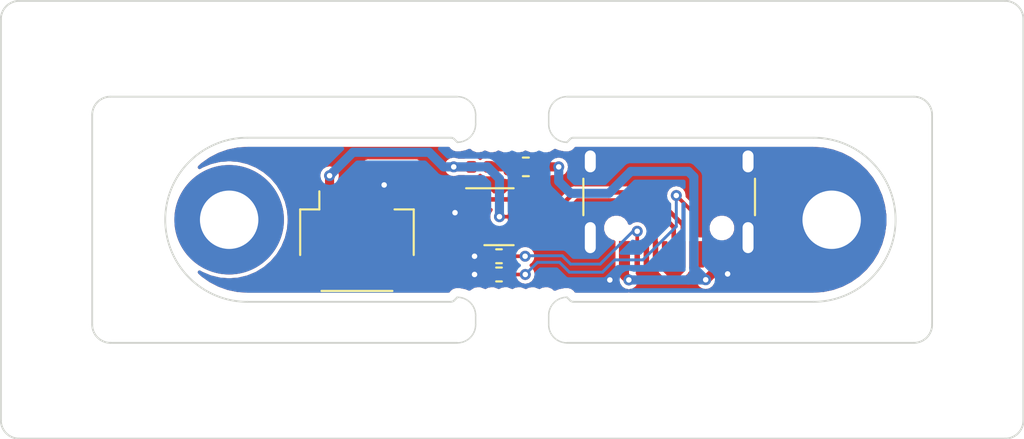
<source format=kicad_pcb>
(kicad_pcb (version 20221018) (generator pcbnew)
  (layers (0 "F.Cu" signal) (1 "In1.Cu" signal) (2 "In2.Cu" signal) (31 "B.Cu" signal) (34 "B.Paste" user) (35 "F.Paste" user) (36 "B.SilkS" user "B.Silkscreen") (37 "F.SilkS" user "F.Silkscreen") (38 "B.Mask" user) (39 "F.Mask" user) (44 "Edge.Cuts" user))
  (net 0 "")
  (net 1 "GND")
  (net 2 "VBUS")
  (net 3 "Net-(J1-CC1)")
  (net 5 "D+")
  (net 6 "D-")
  (net 7 "Net-(J1-CC2)")
  (net 9 "5V")
  (net 10 "Net-(F1-Pad1)")
  (footprint "marbastlib-various:mousebites_2.5mm" (layer "F.Cu") (at 130.499999 99.25 90)
    (fp_text reference "REF**" hide)
    (fp_text value "mousebites 2mm" hide)
    (fp_line (start -1.5 -2) (end -1 -2) (stroke (width 0.08)) (layer "Edge.Cuts"))
    (fp_line (start -1 2) (end -1.5 2) (stroke (width 0.08)) (layer "Edge.Cuts"))
    (fp_arc (start -2.5 3) (mid -2.207108 2.292895) (end -1.500003 2.000003) (stroke (width 0.08)) (layer "Edge.Cuts"))
    (fp_arc (start -1.5 -2) (mid -2.207105 -2.292892) (end -2.499997 -2.999997) (stroke (width 0.08)) (layer "Edge.Cuts"))
    (fp_arc (start -1 2) (mid -0.292895 2.292892) (end -0.000003 2.999997) (stroke (width 0.08)) (layer "Edge.Cuts"))
    (fp_arc (start 0 -3) (mid -0.292892 -2.292895) (end -0.999997 -2.000003) (stroke (width 0.08)) (layer "Edge.Cuts"))
    (pad "" np_thru_hole circle (at -0.05 -1.85 90) (size 0.5 0.5) (drill 0.5) (layers "F&B.Cu" "*.Mask"))
    (pad "" np_thru_hole circle (at -0.05 -1.11 90) (size 0.5 0.5) (drill 0.5) (layers "F&B.Cu" "*.Mask"))
    (pad "" np_thru_hole circle (at -0.05 -0.37 90) (size 0.5 0.5) (drill 0.5) (layers "F&B.Cu" "*.Mask"))
    (pad "" np_thru_hole circle (at -0.05 0.37 90) (size 0.5 0.5) (drill 0.5) (layers "F&B.Cu" "*.Mask"))
    (pad "" np_thru_hole circle (at -0.05 1.11 90) (size 0.5 0.5) (drill 0.5) (layers "F&B.Cu" "*.Mask"))
    (pad "" np_thru_hole circle (at -0.05 1.85 90) (size 0.5 0.5) (drill 0.5) (layers "F&B.Cu" "*.Mask"))
  )
  (footprint "marbastlib-various:mousebites_2.5mm" (layer "F.Cu") (at 130.499999 90.75 -90)
    (fp_text reference "REF**" hide)
    (fp_text value "mousebites 2mm" hide)
    (fp_line (start -1.5 -2) (end -1 -2) (stroke (width 0.08)) (layer "Edge.Cuts"))
    (fp_line (start -1 2) (end -1.5 2) (stroke (width 0.08)) (layer "Edge.Cuts"))
    (fp_arc (start -2.5 3) (mid -2.207108 2.292895) (end -1.500003 2.000003) (stroke (width 0.08)) (layer "Edge.Cuts"))
    (fp_arc (start -1.5 -2) (mid -2.207105 -2.292892) (end -2.499997 -2.999997) (stroke (width 0.08)) (layer "Edge.Cuts"))
    (fp_arc (start -1 2) (mid -0.292895 2.292892) (end -0.000003 2.999997) (stroke (width 0.08)) (layer "Edge.Cuts"))
    (fp_arc (start 0 -3) (mid -0.292892 -2.292895) (end -0.999997 -2.000003) (stroke (width 0.08)) (layer "Edge.Cuts"))
    (pad "" np_thru_hole circle (at -0.05 -1.85 270) (size 0.5 0.5) (drill 0.5) (layers "*.Cu" "*.Mask"))
    (pad "" np_thru_hole circle (at -0.05 -1.11 270) (size 0.5 0.5) (drill 0.5) (layers "*.Cu" "*.Mask"))
    (pad "" np_thru_hole circle (at -0.05 -0.37 270) (size 0.5 0.5) (drill 0.5) (layers "*.Cu" "*.Mask"))
    (pad "" np_thru_hole circle (at -0.05 0.37 270) (size 0.5 0.5) (drill 0.5) (layers "*.Cu" "*.Mask"))
    (pad "" np_thru_hole circle (at -0.05 1.11 270) (size 0.5 0.5) (drill 0.5) (layers "*.Cu" "*.Mask"))
    (pad "" np_thru_hole circle (at -0.05 1.85 270) (size 0.5 0.5) (drill 0.5) (layers "*.Cu" "*.Mask"))
  )
  (footprint "Inductor_SMD:L_0603_1608Metric" (layer "F.Cu") (at 131.249999 92.1 180)
    (fp_text reference "FB1" hide)
    (fp_text value "100R @ 100MHz")
    (fp_line (start -0.162779 -0.51) (end 0.162779 -0.51) (stroke (width 0.12)) (layer "F.SilkS"))
    (fp_line (start -0.162779 0.51) (end 0.162779 0.51) (stroke (width 0.12)) (layer "F.SilkS"))
    (pad "1" smd roundrect (at -0.7875 0 180) (size 0.875 0.95) (layers "F.Cu" "F.Paste" "F.Mask") (net 2 "VBUS"))
    (pad "2" smd roundrect (at 0.7875 0 180) (size 0.875 0.95) (layers "F.Cu" "F.Paste" "F.Mask") (net 10 "Net-(F1-Pad1)"))
  )
  (footprint "Package_TO_SOT_SMD:SOT-23-6" (layer "F.Cu") (at 129.779999 94.832207)
    (fp_text reference "U2" hide)
    (fp_text value "USBLC6-2SC6")
    (fp_line (start 0 -1.56) (end -1.8 -1.56) (stroke (width 0.12)) (layer "F.SilkS"))
    (fp_line (start 0 -1.56) (end 0.8 -1.56) (stroke (width 0.12)) (layer "F.SilkS"))
    (fp_line (start 0 1.56) (end -0.8 1.56) (stroke (width 0.12)) (layer "F.SilkS"))
    (fp_line (start 0 1.56) (end 0.8 1.56) (stroke (width 0.12)) (layer "F.SilkS"))
    (pad "1" smd roundrect (at -1.1375 -0.95) (size 1.325 0.6) (layers "F.Cu" "F.Paste" "F.Mask") (net 6 "D-"))
    (pad "2" smd roundrect (at -1.1375 0) (size 1.325 0.6) (layers "F.Cu" "F.Paste" "F.Mask") (net 1 "GND"))
    (pad "3" smd roundrect (at -1.1375 0.95) (size 1.325 0.6) (layers "F.Cu" "F.Paste" "F.Mask") (net 5 "D+"))
    (pad "4" smd roundrect (at 1.1375 0.95) (size 1.325 0.6) (layers "F.Cu" "F.Paste" "F.Mask") (net 5 "D+"))
    (pad "5" smd roundrect (at 1.1375 0) (size 1.325 0.6) (layers "F.Cu" "F.Paste" "F.Mask") (net 9 "5V"))
    (pad "6" smd roundrect (at 1.1375 -0.95) (size 1.325 0.6) (layers "F.Cu" "F.Paste" "F.Mask") (net 6 "D-"))
  )
  (footprint "Resistor_SMD:R_0402_1005Metric" (layer "F.Cu") (at 129.779999 97 180)
    (fp_text reference "R2" hide)
    (fp_text value "5.1k")
    (fp_line (start -0.153641 -0.38) (end 0.153641 -0.38) (stroke (width 0.12)) (layer "F.SilkS"))
    (fp_line (start -0.153641 0.38) (end 0.153641 0.38) (stroke (width 0.12)) (layer "F.SilkS"))
    (pad "1" smd roundrect (at -0.51 0 180) (size 0.54 0.64) (layers "F.Cu" "F.Paste" "F.Mask") (net 7 "Net-(J1-CC2)"))
    (pad "2" smd roundrect (at 0.51 0 180) (size 0.54 0.64) (layers "F.Cu" "F.Paste" "F.Mask") (net 1 "GND"))
  )
  (footprint "MountingHole:MountingHole_3.2mm_M3_DIN965_Pad_TopBottom" (layer "F.Cu") (at 148 95)
    (fp_text reference "H1" hide)
    (fp_text value "MountingHole" hide)
    (pad "1" thru_hole circle (at 0 0) (size 3.6 3.6) (drill 3.2) (layers "*.Cu" "*.Mask") (net 1 "GND"))
    (pad "1" connect circle (at 0 0) (size 6 6) (layers "F.Cu" "F.Mask") (net 1 "GND"))
    (pad "1" connect circle (at 0 0) (size 6 6) (layers "B.Cu" "B.Mask") (net 1 "GND"))
  )
  (footprint "Connector_JST:JST_SH_SM04B-SRSS-TB_1x04-1MP_P1.00mm_Horizontal" (layer "F.Cu") (at 122 96.217207)
    (fp_text reference "J2" hide)
    (fp_text value "SM04B-SRSS")
    (fp_line (start -3.11 -1.785) (end -2.06 -1.785) (stroke (width 0.12)) (layer "F.SilkS"))
    (fp_line (start -3.11 0.715) (end -3.11 -1.785) (stroke (width 0.12)) (layer "F.SilkS"))
    (fp_line (start -2.06 -1.785) (end -2.06 -2.775) (stroke (width 0.12)) (layer "F.SilkS"))
    (fp_line (start -1.94 2.685) (end 1.94 2.685) (stroke (width 0.12)) (layer "F.SilkS"))
    (fp_line (start 3.11 -1.785) (end 2.06 -1.785) (stroke (width 0.12)) (layer "F.SilkS"))
    (fp_line (start 3.11 0.715) (end 3.11 -1.785) (stroke (width 0.12)) (layer "F.SilkS"))
    (pad "1" smd roundrect (at -1.5 -2) (size 0.6 1.55) (layers "F.Cu" "F.Paste" "F.Mask") (net 9 "5V"))
    (pad "2" smd roundrect (at -0.5 -2) (size 0.6 1.55) (layers "F.Cu" "F.Paste" "F.Mask") (net 6 "D-"))
    (pad "3" smd roundrect (at 0.5 -2) (size 0.6 1.55) (layers "F.Cu" "F.Paste" "F.Mask") (net 5 "D+"))
    (pad "4" smd roundrect (at 1.5 -2) (size 0.6 1.55) (layers "F.Cu" "F.Paste" "F.Mask") (net 1 "GND"))
    (pad "MP" smd roundrect (at -2.8 1.875) (size 1.2 1.8) (layers "F.Cu" "F.Paste" "F.Mask") (roundrect_rratio 0.2083333333) (net 1 "GND"))
    (pad "MP" smd roundrect (at 2.8 1.875) (size 1.2 1.8) (layers "F.Cu" "F.Paste" "F.Mask") (roundrect_rratio 0.2083333333) (net 1 "GND"))
  )
  (footprint "MountingHole:MountingHole_3.2mm_M3_DIN965_Pad_TopOnly" (layer "F.Cu") (at 115 95 180)
    (fp_text reference "H2" hide)
    (fp_text value "MountingHole" hide)
    (pad "1" thru_hole circle (at 0 0 180) (size 6 6) (drill 3.2) (layers "*.Cu"))
  )
  (footprint "Connector_USB:USB_C_Receptacle_HRO_TYPE-C-31-M-12" (layer "F.Cu") (at 139.1 92.85 180)
    (fp_text reference "J1" hide)
    (fp_text value "TYPE-C-31-M-12")
    (fp_line (start -4.7 -1.9) (end -4.7 0.1) (stroke (width 0.12)) (layer "F.SilkS"))
    (fp_line (start 4.7 -1.9) (end 4.7 0.1) (stroke (width 0.12)) (layer "F.SilkS"))
    (pad "" np_thru_hole circle (at -2.89 -2.6 180) (size 0.65 0.65) (drill 0.65) (layers "*.Cu" "*.Mask"))
    (pad "" np_thru_hole circle (at 2.89 -2.6 180) (size 0.65 0.65) (drill 0.65) (layers "*.Cu" "*.Mask"))
    (pad "A1" smd rect (at -3.25 -4.045 180) (size 0.6 1.45) (layers "F.Cu" "F.Paste" "F.Mask") (net 1 "GND"))
    (pad "A4" smd rect (at -2.45 -4.045 180) (size 0.6 1.45) (layers "F.Cu" "F.Paste" "F.Mask") (net 2 "VBUS"))
    (pad "A5" smd rect (at -1.25 -4.045 180) (size 0.3 1.45) (layers "F.Cu" "F.Paste" "F.Mask") (net 3 "Net-(J1-CC1)"))
    (pad "A6" smd rect (at -0.25 -4.045 180) (size 0.3 1.45) (layers "F.Cu" "F.Paste" "F.Mask") (net 5 "D+"))
    (pad "A7" smd rect (at 0.25 -4.045 180) (size 0.3 1.45) (layers "F.Cu" "F.Paste" "F.Mask") (net 6 "D-"))
    (pad "A8" smd rect (at 1.25 -4.045 180) (size 0.3 1.45) (layers "F.Cu" "F.Paste" "F.Mask"))
    (pad "A9" smd rect (at 2.45 -4.045 180) (size 0.6 1.45) (layers "F.Cu" "F.Paste" "F.Mask") (net 2 "VBUS"))
    (pad "A12" smd rect (at 3.25 -4.045 180) (size 0.6 1.45) (layers "F.Cu" "F.Paste" "F.Mask") (net 1 "GND"))
    (pad "B1" smd rect (at 3.25 -4.045 180) (size 0.6 1.45) (layers "F.Cu" "F.Paste" "F.Mask") (net 1 "GND"))
    (pad "B4" smd rect (at 2.45 -4.045 180) (size 0.6 1.45) (layers "F.Cu" "F.Paste" "F.Mask") (net 2 "VBUS"))
    (pad "B5" smd rect (at 1.75 -4.045 180) (size 0.3 1.45) (layers "F.Cu" "F.Paste" "F.Mask") (net 7 "Net-(J1-CC2)"))
    (pad "B6" smd rect (at 0.75 -4.045 180) (size 0.3 1.45) (layers "F.Cu" "F.Paste" "F.Mask") (net 5 "D+"))
    (pad "B7" smd rect (at -0.75 -4.045 180) (size 0.3 1.45) (layers "F.Cu" "F.Paste" "F.Mask") (net 6 "D-"))
    (pad "B8" smd rect (at -1.75 -4.045 180) (size 0.3 1.45) (layers "F.Cu" "F.Paste" "F.Mask"))
    (pad "B9" smd rect (at -2.45 -4.045 180) (size 0.6 1.45) (layers "F.Cu" "F.Paste" "F.Mask") (net 2 "VBUS"))
    (pad "B12" smd rect (at -3.25 -4.045 180) (size 0.6 1.45) (layers "F.Cu" "F.Paste" "F.Mask") (net 1 "GND"))
    (pad "S1" thru_hole oval (at -4.32 -3.13 180) (size 1 2.1) (drill oval 0.6 1.7) (layers "*.Cu" "*.Mask") (net 1 "GND"))
    (pad "S1" thru_hole oval (at -4.32 1.05 180) (size 1 1.6) (drill oval 0.6 1.2) (layers "*.Cu" "*.Mask") (net 1 "GND"))
    (pad "S1" thru_hole oval (at 4.32 -3.13 180) (size 1 2.1) (drill oval 0.6 1.7) (layers "*.Cu" "*.Mask") (net 1 "GND"))
    (pad "S1" thru_hole oval (at 4.32 1.05 180) (size 1 1.6) (drill oval 0.6 1.2) (layers "*.Cu" "*.Mask") (net 1 "GND"))
  )
  (footprint "Resistor_SMD:R_0402_1005Metric" (layer "F.Cu") (at 129.779999 98 180)
    (fp_text reference "R1" hide)
    (fp_text value "5.1k")
    (fp_line (start -0.153641 -0.38) (end 0.153641 -0.38) (stroke (width 0.12)) (layer "F.SilkS"))
    (fp_line (start -0.153641 0.38) (end 0.153641 0.38) (stroke (width 0.12)) (layer "F.SilkS"))
    (pad "1" smd roundrect (at -0.51 0 180) (size 0.54 0.64) (layers "F.Cu" "F.Paste" "F.Mask") (net 3 "Net-(J1-CC1)"))
    (pad "2" smd roundrect (at 0.51 0 180) (size 0.54 0.64) (layers "F.Cu" "F.Paste" "F.Mask") (net 1 "GND"))
  )
  (footprint "Fuse:Fuse_0402_1005Metric" (layer "F.Cu") (at 128.749999 92.1 180)
    (fp_text reference "F1" hide)
    (fp_text value "1A PTC")
    (pad "1" smd roundrect (at -0.485 0 180) (size 0.59 0.64) (layers "F.Cu" "F.Paste" "F.Mask") (net 10 "Net-(F1-Pad1)"))
    (pad "2" smd roundrect (at 0.485 0 180) (size 0.59 0.64) (layers "F.Cu" "F.Paste" "F.Mask") (net 9 "5V"))
  )
  (gr_line (start 153.499999 100.75) (end 153.500002 89.249997) (stroke (width 0.1)) (layer "Edge.Cuts"))
  (gr_arc (start 158.499999 106) (mid 158.207106 106.707107) (end 157.499999 107) (stroke (width 0.1)) (layer "Edge.Cuts"))
  (gr_line (start 152.500002 88.249997) (end 133.499996 88.250003) (stroke (width 0.1)) (layer "Edge.Cuts"))
  (gr_line (start 133.499999 101.75) (end 152.499999 101.75) (stroke (width 0.1)) (layer "Edge.Cuts"))
  (gr_arc (start 157.499999 83) (mid 158.207106 83.292893) (end 158.499999 84) (stroke (width 0.1)) (layer "Edge.Cuts"))
  (gr_line (start 127.499999 88.25) (end 108.499999 88.25) (stroke (width 0.1)) (layer "Edge.Cuts"))
  (gr_arc (start 133.676772 90.573225) (mid 133.757875 90.519014) (end 133.85355 90.5) (stroke (width 0.1)) (layer "Edge.Cuts"))
  (gr_arc (start 116 99.500001) (mid 111.499999 95) (end 116 90.499999) (stroke (width 0.1)) (layer "Edge.Cuts"))
  (gr_line (start 116 99.500001) (end 127.146446 99.5) (stroke (width 0.1)) (layer "Edge.Cuts"))
  (gr_arc (start 147 90.5) (mid 151.5 95) (end 147 99.5) (stroke (width 0.1)) (layer "Edge.Cuts"))
  (gr_line (start 133.499996 99.250003) (end 133.676773 99.42678) (stroke (width 0.1)) (layer "Edge.Cuts"))
  (gr_line (start 127.146449 90.5) (end 116 90.499999) (stroke (width 0.1)) (layer "Edge.Cuts"))
  (gr_line (start 147 90.5) (end 133.85355 90.5) (stroke (width 0.1)) (layer "Edge.Cuts"))
  (gr_line (start 127.323223 99.426776) (end 127.499999 99.25) (stroke (width 0.1)) (layer "Edge.Cuts"))
  (gr_line (start 158.499999 84) (end 158.499999 106) (stroke (width 0.1)) (layer "Edge.Cuts"))
  (gr_line (start 103.499999 83) (end 157.499999 83) (stroke (width 0.1)) (layer "Edge.Cuts"))
  (gr_arc (start 133.853549 99.500003) (mid 133.757878 99.480973) (end 133.676773 99.42678) (stroke (width 0.1)) (layer "Edge.Cuts"))
  (gr_line (start 107.499999 89.25) (end 107.499996 100.750003) (stroke (width 0.1)) (layer "Edge.Cuts"))
  (gr_line (start 102.499999 106) (end 102.499999 84) (stroke (width 0.1)) (layer "Edge.Cuts"))
  (gr_line (start 157.499999 107) (end 103.499999 107) (stroke (width 0.1)) (layer "Edge.Cuts"))
  (gr_arc (start 102.499999 84) (mid 102.792892 83.292893) (end 103.499999 83) (stroke (width 0.1)) (layer "Edge.Cuts"))
  (gr_arc (start 108.499996 101.750003) (mid 107.792891 101.457109) (end 107.499996 100.750003) (stroke (width 0.1)) (layer "Edge.Cuts"))
  (gr_line (start 127.323225 90.573222) (end 127.500002 90.749997) (stroke (width 0.1)) (layer "Edge.Cuts"))
  (gr_arc (start 153.499999 100.75) (mid 153.207106 101.457106) (end 152.499999 101.75) (stroke (width 0.1)) (layer "Edge.Cuts"))
  (gr_arc (start 127.323223 99.426776) (mid 127.24212 99.480985) (end 127.146446 99.5) (stroke (width 0.1)) (layer "Edge.Cuts"))
  (gr_arc (start 103.499999 107) (mid 102.792892 106.707107) (end 102.499999 106) (stroke (width 0.1)) (layer "Edge.Cuts"))
  (gr_line (start 133.676772 90.573225) (end 133.499999 90.75) (stroke (width 0.1)) (layer "Edge.Cuts"))
  (gr_line (start 108.499996 101.750003) (end 127.500002 101.749997) (stroke (width 0.1)) (layer "Edge.Cuts"))
  (gr_arc (start 152.500002 88.249997) (mid 153.207109 88.54289) (end 153.500002 89.249997) (stroke (width 0.1)) (layer "Edge.Cuts"))
  (gr_line (start 133.853549 99.500003) (end 147 99.5) (stroke (width 0.1)) (layer "Edge.Cuts"))
  (gr_arc (start 107.499999 89.25) (mid 107.792891 88.54289) (end 108.499999 88.25) (stroke (width 0.1)) (layer "Edge.Cuts"))
  (gr_arc (start 127.146449 90.5) (mid 127.242119 90.51903) (end 127.323225 90.573222) (stroke (width 0.1)) (layer "Edge.Cuts"))
  (segment (start 142.325 97.925) (end 142.325 96.895) (width 0.5) (layer "F.Cu") (net 1))
  (segment (start 128.642499 94.832207) (end 127.589999 94.832207) (width 0.2) (layer "F.Cu") (net 1))
  (segment (start 127.589999 94.832207) (end 127.369999 94.612207) (width 0.2) (layer "F.Cu") (net 1))
  (segment (start 129.269999 98) (end 128.44 98) (width 0.2) (layer "F.Cu") (net 1))
  (segment (start 123.489999 93.091707) (end 123.489999 94.207206) (width 0.5) (layer "F.Cu") (net 1))
  (segment (start 142.3 97.95) (end 142.325 97.925) (width 0.5) (layer "F.Cu") (net 1))
  (segment (start 135.85 96.895) (end 135.849999 98.3) (width 0.5) (layer "F.Cu") (net 1))
  (segment (start 129.269999 97) (end 128.44 97) (width 0.2) (layer "F.Cu") (net 1))
  (segment (start 123.489999 94.207206) (end 123.5 94.217207) (width 0.5) (layer "F.Cu") (net 1))
  (via (at 128.44 97) (size 0.6) (drill 0.3) (layers "F.Cu" "B.Cu") (net 1))
  (via (at 127.369999 94.612207) (size 0.6) (drill 0.3) (layers "F.Cu" "B.Cu") (net 1))
  (via (at 135.849999 98.3) (size 0.6) (drill 0.3) (layers "F.Cu" "B.Cu") (net 1))
  (via (at 142.3 97.97) (size 0.6) (drill 0.3) (layers "F.Cu" "B.Cu") (net 1))
  (via (at 123.489999 93.091707) (size 0.6) (drill 0.3) (layers "F.Cu" "B.Cu") (net 1))
  (via (at 128.44 98) (size 0.6) (drill 0.3) (layers "F.Cu" "B.Cu") (net 1))
  (segment (start 147.02 95.98) (end 148 95) (width 1) (layer "B.Cu") (net 1))
  (segment (start 143.42 95.98) (end 147.02 95.98) (width 1) (layer "B.Cu") (net 1))
  (segment (start 136.65 96.895) (end 136.65 98.06) (width 0.5) (layer "F.Cu") (net 2))
  (segment (start 136.65 98.06) (end 136.89 98.3) (width 0.5) (layer "F.Cu") (net 2))
  (segment (start 141.11 98.3) (end 141.55 97.86) (width 0.5) (layer "F.Cu") (net 2))
  (segment (start 141.55 97.86) (end 141.55 96.895) (width 0.5) (layer "F.Cu") (net 2))
  (segment (start 132.037499 92.1) (end 133.049999 92.1) (width 0.5) (layer "F.Cu") (net 2))
  (via (at 136.89 98.3) (size 0.6) (drill 0.3) (layers "F.Cu" "B.Cu") (net 2))
  (via (at 133.049999 92.1) (size 0.6) (drill 0.3) (layers "F.Cu" "B.Cu") (net 2))
  (via (at 141.1 98.29) (size 0.6) (drill 0.3) (layers "F.Cu" "B.Cu") (net 2))
  (segment (start 140.449999 98) (end 140.449999 97.639999) (width 0.5) (layer "B.Cu") (net 2))
  (segment (start 140.449999 92.65) (end 140.449999 97.639999) (width 0.5) (layer "B.Cu") (net 2))
  (segment (start 140.149999 98.3) (end 140.44 98.3) (width 0.5) (layer "B.Cu") (net 2))
  (segment (start 140.449999 97.639999) (end 141.1 98.29) (width 0.5) (layer "B.Cu") (net 2))
  (segment (start 135.799999 93.55) (end 136.999999 92.35) (width 0.5) (layer "B.Cu") (net 2))
  (segment (start 133.049999 92.9) (end 133.699999 93.55) (width 0.5) (layer "B.Cu") (net 2))
  (segment (start 140.149999 92.35) (end 140.449999 92.65) (width 0.5) (layer "B.Cu") (net 2))
  (segment (start 140.44 98.3) (end 140.51 98.3) (width 0.5) (layer "B.Cu") (net 2))
  (segment (start 133.049999 92.1) (end 133.049999 92.9) (width 0.5) (layer "B.Cu") (net 2))
  (segment (start 140.44 98.3) (end 141.09 98.3) (width 0.5) (layer "B.Cu") (net 2))
  (segment (start 140.149999 98.3) (end 140.449999 98) (width 0.5) (layer "B.Cu") (net 2))
  (segment (start 136.999999 92.35) (end 140.149999 92.35) (width 0.5) (layer "B.Cu") (net 2))
  (segment (start 136.89 98.3) (end 140.149999 98.3) (width 0.5) (layer "B.Cu") (net 2))
  (segment (start 133.699999 93.55) (end 135.799999 93.55) (width 0.5) (layer "B.Cu") (net 2))
  (segment (start 130.289999 98) (end 131.22 98) (width 0.2) (layer "F.Cu") (net 3))
  (segment (start 140.35 94.53) (end 140.35 96.895) (width 0.2) (layer "F.Cu") (net 3))
  (segment (start 139.49 93.67) (end 140.35 94.53) (width 0.2) (layer "F.Cu") (net 3))
  (via (at 131.22 98) (size 0.6) (drill 0.3) (layers "F.Cu" "B.Cu") (net 3))
  (via (at 139.49 93.67) (size 0.6) (drill 0.3) (layers "F.Cu" "B.Cu") (net 3))
  (segment (start 131.885 97.335) (end 131.22 98) (width 0.16) (layer "B.Cu") (net 3))
  (segment (start 139.49 93.67) (end 139.49 95.37) (width 0.16) (layer "B.Cu") (net 3))
  (segment (start 135.445 97.875) (end 133.635884 97.875) (width 0.16) (layer "B.Cu") (net 3))
  (segment (start 137.66 97.2) (end 136.12 97.2) (width 0.16) (layer "B.Cu") (net 3))
  (segment (start 133.095884 97.335) (end 131.885 97.335) (width 0.16) (layer "B.Cu") (net 3))
  (segment (start 133.635884 97.875) (end 133.095884 97.335) (width 0.16) (layer "B.Cu") (net 3))
  (segment (start 139.49 95.37) (end 137.66 97.2) (width 0.16) (layer "B.Cu") (net 3))
  (segment (start 136.12 97.2) (end 135.445 97.875) (width 0.16) (layer "B.Cu") (net 3))
  (segment (start 132.983199 95.057207) (end 132.63625 95.057207) (width 0.25) (layer "F.Cu") (net 5))
  (segment (start 127.209999 95.442207) (end 127.209999 95.440407) (width 0.25) (layer "F.Cu") (net 5))
  (segment (start 138.532296 94.592704) (end 137.886799 93.947207) (width 0.25) (layer "F.Cu") (net 5))
  (segment (start 137.886799 93.947207) (end 134.093199 93.947207) (width 0.25) (layer "F.Cu") (net 5))
  (segment (start 138.719999 95.192207) (end 138.744099 95.216307) (width 0.25) (layer "F.Cu") (net 5))
  (segment (start 134.093199 93.947207) (end 132.983199 95.057207) (width 0.25) (layer "F.Cu") (net 5))
  (segment (start 128.642499 95.782207) (end 130.917499 95.782207) (width 0.25) (layer "F.Cu") (net 5))
  (segment (start 127.549999 95.782207) (end 127.209999 95.442207) (width 0.25) (layer "F.Cu") (net 5))
  (segment (start 138.719999 95.192207) (end 138.925899 94.986307) (width 0.25) (layer "F.Cu") (net 5))
  (segment (start 131.91125 95.782207) (end 130.917499 95.782207) (width 0.25) (layer "F.Cu") (net 5))
  (segment (start 138.558693 95.216307) (end 138.744099 95.216307) (width 0.25) (layer "F.Cu") (net 5))
  (segment (start 138.35 95.425) (end 138.582793 95.192207) (width 0.25) (layer "F.Cu") (net 5))
  (segment (start 122.499999 92.780407) (end 122.5 94.217207) (width 0.25) (layer "F.Cu") (net 5))
  (segment (start 125.744999 93.975407) (end 125.744999 93.185955) (width 0.25) (layer "F.Cu") (net 5))
  (segment (start 138.719999 94.780407) (end 138.710899 94.771307) (width 0.25) (layer "F.Cu") (net 5))
  (segment (start 138.582793 95.192207) (end 138.582793 94.643201) (width 0.25) (layer "F.Cu") (net 5))
  (segment (start 127.209999 95.440407) (end 125.744999 93.975407) (width 0.25) (layer "F.Cu") (net 5))
  (segment (start 138.35 96.895) (end 138.35 95.425) (width 0.25) (layer "F.Cu") (net 5))
  (segment (start 122.813199 92.467207) (end 122.499999 92.780407) (width 0.25) (layer "F.Cu") (net 5))
  (segment (start 139.35 95.410408) (end 139.155899 95.216307) (width 0.25) (layer "F.Cu") (net 5))
  (segment (start 125.026251 92.467207) (end 122.813199 92.467207) (width 0.25) (layer "F.Cu") (net 5))
  (segment (start 138.582793 94.643201) (end 138.532296 94.592704) (width 0.25) (layer "F.Cu") (net 5))
  (segment (start 138.35 95.425) (end 138.558693 95.216307) (width 0.25) (layer "F.Cu") (net 5))
  (segment (start 138.719999 95.192207) (end 138.719999 94.780407) (width 0.25) (layer "F.Cu") (net 5))
  (segment (start 138.744099 95.216307) (end 139.155899 95.216307) (width 0.25) (layer "F.Cu") (net 5))
  (segment (start 139.35 96.895) (end 139.35 95.410408) (width 0.25) (layer "F.Cu") (net 5))
  (segment (start 138.925899 94.986307) (end 138.710899 94.771307) (width 0.25) (layer "F.Cu") (net 5))
  (segment (start 128.642499 95.782207) (end 127.549999 95.782207) (width 0.25) (layer "F.Cu") (net 5))
  (segment (start 139.155899 95.216307) (end 138.925899 94.986307) (width 0.25) (layer "F.Cu") (net 5))
  (segment (start 138.582793 95.192207) (end 138.719999 95.192207) (width 0.25) (layer "F.Cu") (net 5))
  (segment (start 125.744999 93.185955) (end 125.026251 92.467207) (width 0.25) (layer "F.Cu") (net 5))
  (segment (start 138.710899 94.771307) (end 138.532296 94.592704) (width 0.25) (layer "F.Cu") (net 5))
  (segment (start 132.63625 95.057207) (end 131.91125 95.782207) (width 0.25) (layer "F.Cu") (net 5))
  (segment (start 139.85 97.752206) (end 139.85 96.895) (width 0.25) (layer "F.Cu") (net 6))
  (segment (start 128.642499 93.882207) (end 130.917499 93.882207) (width 0.25) (layer "F.Cu") (net 6))
  (segment (start 121.5 93.144006) (end 121.5 94.217207) (width 0.25) (layer "F.Cu") (net 6))
  (segment (start 126.194999 92.999555) (end 125.212651 92.017207) (width 0.25) (layer "F.Cu") (net 6))
  (segment (start 126.519999 93.882207) (end 126.194999 93.557207) (width 0.25) (layer "F.Cu") (net 6))
  (segment (start 138.85 97.742208) (end 139.052792 97.945) (width 0.25) (layer "F.Cu") (net 6))
  (segment (start 132.63625 94.607207) (end 131.91125 93.882207) (width 0.25) (layer "F.Cu") (net 6))
  (segment (start 139.657206 97.945) (end 139.85 97.752206) (width 0.25) (layer "F.Cu") (net 6))
  (segment (start 122.626799 92.017207) (end 121.5 93.144006) (width 0.25) (layer "F.Cu") (net 6))
  (segment (start 126.194999 93.557207) (end 126.194999 92.999555) (width 0.25) (layer "F.Cu") (net 6))
  (segment (start 138.85 96.895) (end 138.85 97.742208) (width 0.25) (layer "F.Cu") (net 6))
  (segment (start 132.796799 94.607207) (end 132.63625 94.607207) (width 0.25) (layer "F.Cu") (net 6))
  (segment (start 131.91125 93.882207) (end 130.917499 93.882207) (width 0.25) (layer "F.Cu") (net 6))
  (segment (start 139.85 95.274008) (end 138.073199 93.497207) (width 0.25) (layer "F.Cu") (net 6))
  (segment (start 133.906799 93.497207) (end 132.796799 94.607207) (width 0.25) (layer "F.Cu") (net 6))
  (segment (start 138.073199 93.497207) (end 133.906799 93.497207) (width 0.25) (layer "F.Cu") (net 6))
  (segment (start 139.052792 97.945) (end 139.657206 97.945) (width 0.25) (layer "F.Cu") (net 6))
  (segment (start 128.642499 93.882207) (end 126.519999 93.882207) (width 0.25) (layer "F.Cu") (net 6))
  (segment (start 125.212651 92.017207) (end 122.626799 92.017207) (width 0.25) (layer "F.Cu") (net 6))
  (segment (start 139.85 96.895) (end 139.85 95.274008) (width 0.25) (layer "F.Cu") (net 6))
  (segment (start 137.35 96.895) (end 137.35 95.63) (width 0.2) (layer "F.Cu") (net 7))
  (segment (start 130.289999 97) (end 131.21 97) (width 0.2) (layer "F.Cu") (net 7))
  (via (at 131.21 97) (size 0.6) (drill 0.3) (layers "F.Cu" "B.Cu") (net 7))
  (via (at 137.35 95.63) (size 0.6) (drill 0.3) (layers "F.Cu" "B.Cu") (net 7))
  (segment (start 137.12 95.63) (end 137.35 95.63) (width 0.16) (layer "B.Cu") (net 7))
  (segment (start 133.245 96.975) (end 133.7 97.43) (width 0.16) (layer "B.Cu") (net 7))
  (segment (start 131.235 96.975) (end 133.245 96.975) (width 0.16) (layer "B.Cu") (net 7))
  (segment (start 131.21 97) (end 131.235 96.975) (width 0.16) (layer "B.Cu") (net 7))
  (segment (start 133.7 97.43) (end 135.32 97.43) (width 0.16) (layer "B.Cu") (net 7))
  (segment (start 135.32 97.43) (end 137.12 95.63) (width 0.16) (layer "B.Cu") (net 7))
  (segment (start 120.5 92.582208) (end 120.499999 92.582207) (width 0.5) (layer "F.Cu") (net 9))
  (segment (start 120.5 94.217207) (end 120.5 92.582208) (width 0.5) (layer "F.Cu") (net 9))
  (segment (start 128.264999 92.1) (end 127.299999 92.1) (width 0.5) (layer "F.Cu") (net 9))
  (segment (start 130.917499 94.832207) (end 129.804499 94.832207) (width 0.2) (layer "F.Cu") (net 9))
  (via (at 120.499999 92.582207) (size 0.6) (drill 0.3) (layers "F.Cu" "B.Cu") (net 9))
  (via (at 129.804499 94.832207) (size 0.6) (drill 0.3) (layers "F.Cu" "B.Cu") (net 9))
  (via (at 127.299999 92.1) (size 0.6) (drill 0.3) (layers "F.Cu" "B.Cu") (net 9))
  (segment (start 125.949999 91.3) (end 121.782206 91.3) (width 0.5) (layer "B.Cu") (net 9))
  (segment (start 127.299999 92.1) (end 129.149999 92.1) (width 0.5) (layer "B.Cu") (net 9))
  (segment (start 129.804499 92.7545) (end 129.804499 94.832207) (width 0.5) (layer "B.Cu") (net 9))
  (segment (start 129.149999 92.1) (end 129.804499 92.7545) (width 0.5) (layer "B.Cu") (net 9))
  (segment (start 126.749999 92.1) (end 125.949999 91.3) (width 0.5) (layer "B.Cu") (net 9))
  (segment (start 127.299999 92.1) (end 126.749999 92.1) (width 0.5) (layer "B.Cu") (net 9))
  (segment (start 121.782206 91.3) (end 120.499999 92.582207) (width 0.5) (layer "B.Cu") (net 9))
  (segment (start 129.234999 92.1) (end 130.462499 92.1) (width 0.5) (layer "F.Cu") (net 10))
  (zone (net 1) (net_name "GND") (layers "F.Cu" "In1.Cu" "In2.Cu" "B.Cu") (connect_pads yes (clearance 0.2)) (min_thickness 0.2) (fill yes (thermal_gap 0.25) (thermal_bridge_width 0.25))
    (polygon (pts (xy 152 99.9225) (xy 111 100) (xy 111 90) (xy 152 89.9225)))
  )
)
</source>
